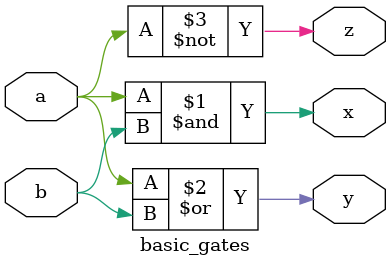
<source format=v>

module basic_gates (
  input a,b,
  output x,y,z
);
  
  assign x= a&b;   //AND gate
  assign y= a|b;   //OR gate
  assign z= ~a;     //NOT gate
  
  //These are continuous assignments in dataflow modeling.
  //The output always reflects the current value of the inputs automatically.

endmodule


</source>
